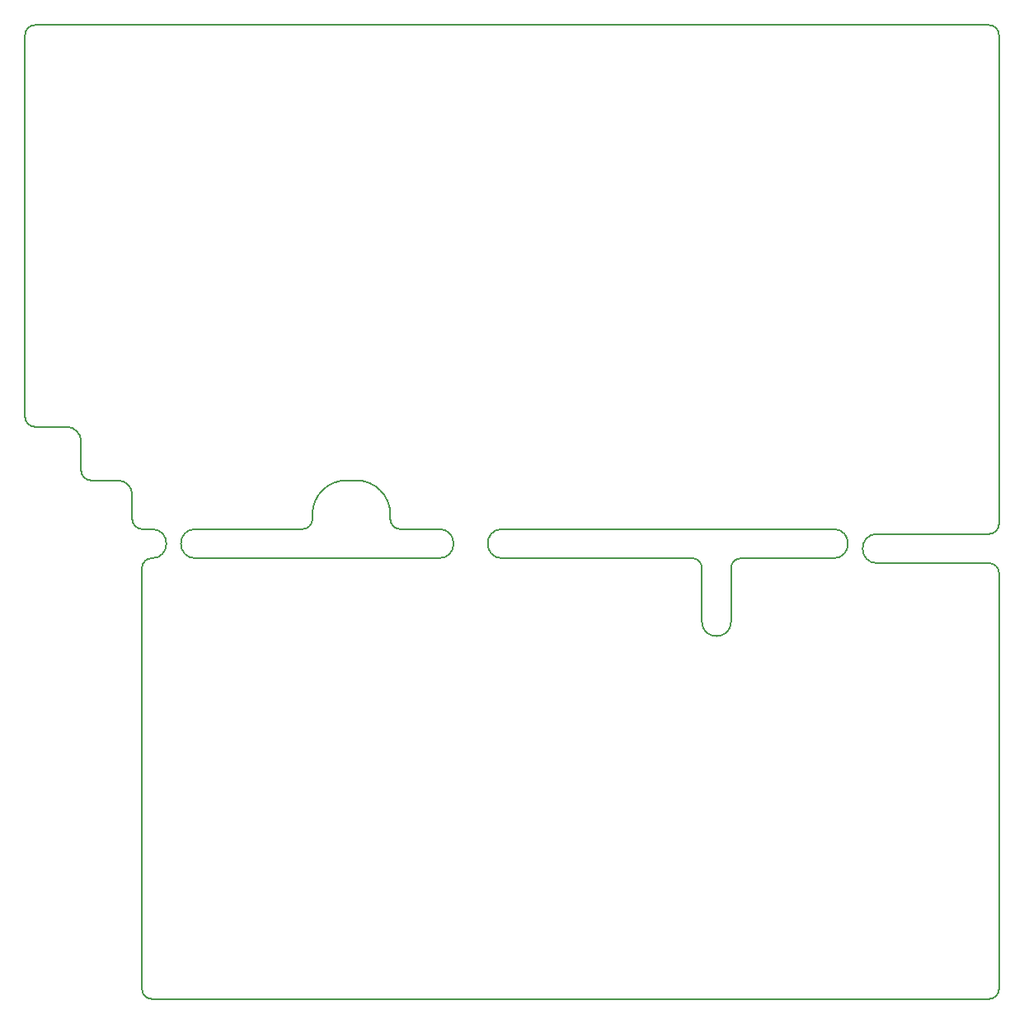
<source format=gm1>
%TF.GenerationSoftware,KiCad,Pcbnew,(5.0.0-rc2-198-gb8bbb15aa)*%
%TF.CreationDate,2018-10-15T22:21:03+08:00*%
%TF.ProjectId,stmbl_4.0,73746D626C5F342E302E6B696361645F,rev?*%
%TF.SameCoordinates,Original*%
%TF.FileFunction,Profile,NP*%
%FSLAX46Y46*%
G04 Gerber Fmt 4.6, Leading zero omitted, Abs format (unit mm)*
G04 Created by KiCad (PCBNEW (5.0.0-rc2-198-gb8bbb15aa)) date 10/15/18 22:21:03*
%MOMM*%
%LPD*%
G01*
G04 APERTURE LIST*
%ADD10C,0.150000*%
G04 APERTURE END LIST*
D10*
X127500000Y-100500000D02*
X127500000Y-100000000D01*
X135500000Y-100500000D02*
X135500000Y-100000000D01*
X132000000Y-96500000D02*
X131000000Y-96500000D01*
X140500000Y-101500000D02*
X136500000Y-101500000D01*
X126500000Y-101500000D02*
G75*
G03X127500000Y-100500000I0J1000000D01*
G01*
X131000000Y-96500000D02*
G75*
G03X127500000Y-100000000I0J-3500000D01*
G01*
X135500000Y-100000000D02*
G75*
G03X132000000Y-96500000I-3500000J0D01*
G01*
X135500000Y-100500000D02*
G75*
G03X136500000Y-101500000I1000000J0D01*
G01*
X110000000Y-101500000D02*
X111000000Y-101500000D01*
X171500000Y-104500000D02*
G75*
G03X170500000Y-105500000I0J-1000000D01*
G01*
X167500000Y-105500000D02*
G75*
G03X166500000Y-104500000I-1000000J0D01*
G01*
X171500000Y-104500000D02*
X181000000Y-104500000D01*
X170500000Y-111000000D02*
X170500000Y-105500000D01*
X167500000Y-111000000D02*
X167500000Y-105500000D01*
X167500000Y-111000000D02*
G75*
G03X170500000Y-111000000I1500000J0D01*
G01*
X103750000Y-92500000D02*
G75*
G03X102250000Y-91000000I-1500000J0D01*
G01*
X109000000Y-98000000D02*
G75*
G03X107500000Y-96500000I-1500000J0D01*
G01*
X111000000Y-104500000D02*
G75*
G03X111000000Y-101500000I0J1500000D01*
G01*
X111000000Y-104500000D02*
G75*
G03X110000000Y-105500000I0J-1000000D01*
G01*
X109000000Y-100500000D02*
G75*
G03X110000000Y-101500000I1000000J0D01*
G01*
X103750000Y-95500000D02*
G75*
G03X104750000Y-96500000I1000000J0D01*
G01*
X198000000Y-106000000D02*
G75*
G03X197000000Y-105000000I-1000000J0D01*
G01*
X198000000Y-50750000D02*
G75*
G03X197000000Y-49750000I-1000000J0D01*
G01*
X99000000Y-49750000D02*
G75*
G03X98000000Y-50750000I0J-1000000D01*
G01*
X98000000Y-90000000D02*
G75*
G03X99000000Y-91000000I1000000J0D01*
G01*
X110000000Y-148750000D02*
G75*
G03X111000000Y-149750000I1000000J0D01*
G01*
X197000000Y-149750000D02*
G75*
G03X198000000Y-148750000I0J1000000D01*
G01*
X197000000Y-102000000D02*
G75*
G03X198000000Y-101000000I0J1000000D01*
G01*
X126500000Y-101500000D02*
X115500000Y-101500000D01*
X115500000Y-104500000D02*
X140500000Y-104500000D01*
X115500000Y-101500000D02*
G75*
G03X115500000Y-104500000I0J-1500000D01*
G01*
X185500000Y-105000000D02*
X197000000Y-105000000D01*
X185500000Y-102000000D02*
X197000000Y-102000000D01*
X181000000Y-104500000D02*
G75*
G03X181000000Y-101500000I0J1500000D01*
G01*
X185500000Y-102000000D02*
G75*
G03X185500000Y-105000000I0J-1500000D01*
G01*
X147000000Y-104500000D02*
X166500000Y-104500000D01*
X147000000Y-101500000D02*
X181000000Y-101500000D01*
X140500000Y-104500000D02*
G75*
G03X140500000Y-101500000I0J1500000D01*
G01*
X147000000Y-101500000D02*
G75*
G03X147000000Y-104500000I0J-1500000D01*
G01*
X107500000Y-96500000D02*
X104750000Y-96500000D01*
X198000000Y-148750000D02*
X198000000Y-106000000D01*
X109000000Y-98000000D02*
X109000000Y-100500000D01*
X103750000Y-92500000D02*
X103750000Y-95500000D01*
X99000000Y-91000000D02*
X102250000Y-91000000D01*
X98000000Y-50750000D02*
X98000000Y-90000000D01*
X197000000Y-49750000D02*
X99000000Y-49750000D01*
X198000000Y-101000000D02*
X198000000Y-50750000D01*
X111000000Y-149750000D02*
X197000000Y-149750000D01*
X110000000Y-105500000D02*
X110000000Y-148750000D01*
M02*

</source>
